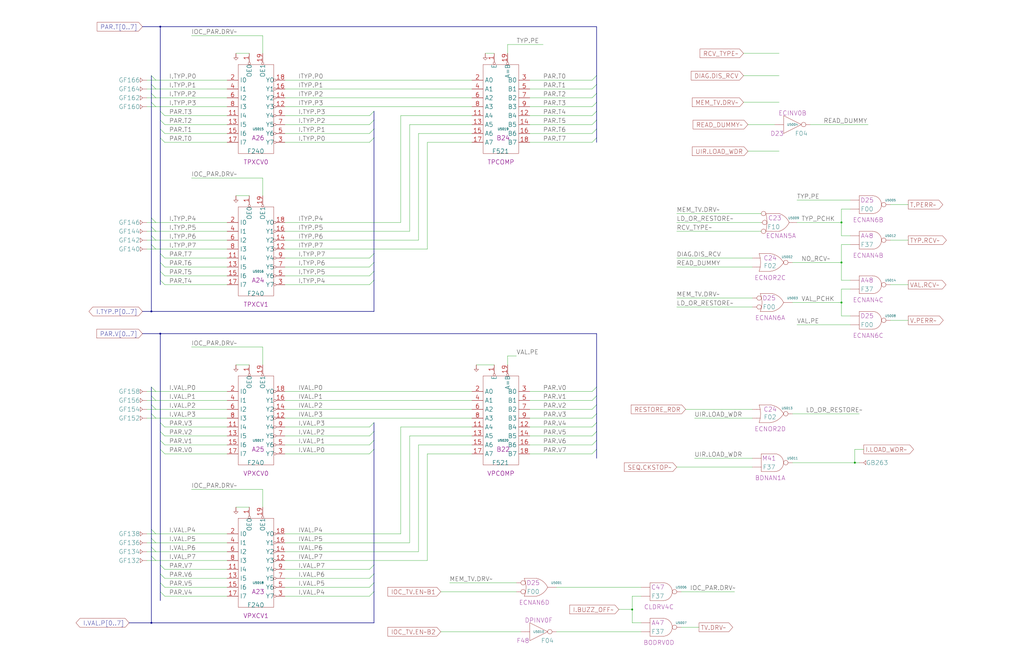
<source format=kicad_sch>
(kicad_sch (version 20211123) (generator eeschema)
  (paper "User" 584.2 378.46)
  (title_block (title "ERROR CHECKING & CORRECTION\\nVAL & TYP PARITY CHECKING") (date "22-SEP-90") (rev "2.0") (comment 1 "IOC") (comment 2 "232-003061") (comment 3 "S400") (comment 4 "RELEASED"))
  (lib_symbols
    (symbol "r1000:F00" (pin_numbers hide) (pin_names hide)
      (property "Reference" "U" (at 15.24 0 0))
      (property "Value" "F00" (at 1.905 -5.08 0))
      (property "Location" "___" (at 1.905 0 0))
      (property "Name" "______" (at 2.54 -12.7 0))
      (symbol "F00_1_1"
        (pin input line (at -7.62 0 0) (length 5.08) (name "D0") (number "1"))
        (pin input line (at -7.62 -5.08 0) (length 5.08) (name "D1") (number "2"))
        (pin output line (at 15.24 -2.54 180) (length 2.54) (name "Q") (number "3"))
      )
      (symbol "F00_1_2"
        (pin input line (at -7.62 0 0) (length 2.54) (name "D0") (number "1"))
        (pin input line (at -7.62 -5.08 0) (length 2.54) (name "D1") (number "2"))
        (pin output line (at 15.24 -2.54 180) (length 5.08) (name "Q") (number "3"))
      )
    )
    (symbol "r1000:F02" (pin_numbers hide) (pin_names hide)
      (property "Reference" "U" (at 12.16 0.635 0))
      (property "Value" "F02" (at -1.27 -4.445 0))
      (property "Location" "___" (at 2.54 0 0))
      (property "Name" "______" (at 2.54 -12.7 0))
      (symbol "F02_1_1"
        (pin input line (at -7.62 0 0) (length 2.54) (name "D0") (number "1"))
        (pin input line (at -7.62 -5.08 0) (length 2.54) (name "D1") (number "2"))
        (pin output line (at 15.24 -2.54 180) (length 1.27) (name "Q") (number "3"))
      )
      (symbol "F02_1_2"
        (pin input line (at -7.62 0 0) (length 2.54) (name "D0") (number "1"))
        (pin input line (at -7.62 -5.08 0) (length 2.54) (name "D1") (number "2"))
        (pin output line (at 15.24 -2.54 180) (length 2.54) (name "Q") (number "3"))
      )
    )
    (symbol "r1000:F04" (pin_numbers hide) (pin_names hide)
      (property "Reference" "U" (at 0 0 0))
      (property "Value" "F04" (at 1.27 -5.08 0))
      (property "Location" "___" (at -12.7 -5.08 0))
      (property "Name" "______" (at 0 5.08 0))
      (symbol "F04_1_1"
        (pin input line (at -10.16 0 0) (length 2.54) (name "D") (number "1"))
        (pin output line (at 10.16 0 180) (length 2.54) (name "Q") (number "2"))
      )
    )
    (symbol "r1000:F10" (pin_numbers hide) (pin_names hide)
      (property "Reference" "U" (at 13.335 0 0))
      (property "Value" "F10" (at 5.715 -5.08 0))
      (property "Location" "___" (at -1.27 0 0))
      (property "Name" "______" (at -2.54 -10.16 0))
      (symbol "F10_1_1"
        (pin input line (at -5.08 2.54 0) (length 2.54) (name "D0") (number "1"))
        (pin input line (at -5.08 -2.54 0) (length 2.54) (name "D1") (number "2"))
        (pin input line (at -5.08 -7.62 0) (length 2.54) (name "D2") (number "3"))
        (pin output line (at 15.24 -2.54 180) (length 2.54) (name "Q") (number "4"))
      )
      (symbol "F10_1_2"
        (pin input line (at -5.08 2.54 0) (length 0) (name "D0") (number "1"))
        (pin input line (at -5.08 -2.54 0) (length 0) (name "D1") (number "2"))
        (pin input line (at -5.08 -7.62 0) (length 0) (name "D2") (number "3"))
        (pin output line (at 15.24 -2.54 180) (length 2.54) (name "Q") (number "4"))
      )
    )
    (symbol "r1000:F240" (pin_names (offset 1.016))
      (property "Reference" "U" (at 2.54 5.08 0))
      (property "Value" "F240" (at -3.81 -7.62 0))
      (property "Location" "___" (at -1.27 0 0))
      (property "Name" "______" (at 1.27 -15.24 0))
      (symbol "F240_1_1"
        (pin input line (at -2.54 48.26 270) (length 5.08) (name "OE0") (number "1"))
        (pin input line (at -15.24 12.7 0) (length 6.35) (name "I4") (number "11"))
        (pin tri_state line (at 17.78 17.78 180) (length 5.08) (name "Y3") (number "12"))
        (pin input line (at -15.24 7.62 0) (length 6.35) (name "I5") (number "13"))
        (pin tri_state line (at 17.78 22.86 180) (length 5.08) (name "Y2") (number "14"))
        (pin input line (at -15.24 2.54 0) (length 6.35) (name "I6") (number "15"))
        (pin tri_state line (at 17.78 27.94 180) (length 5.08) (name "Y1") (number "16"))
        (pin input line (at -15.24 -2.54 0) (length 6.35) (name "I7") (number "17"))
        (pin tri_state line (at 17.78 33.02 180) (length 5.08) (name "Y0") (number "18"))
        (pin input line (at 5.08 48.26 270) (length 5.08) (name "OE1") (number "19"))
        (pin input line (at -15.24 33.02 0) (length 6.35) (name "I0") (number "2"))
        (pin tri_state line (at 17.78 -2.54 180) (length 5.08) (name "Y7") (number "3"))
        (pin input line (at -15.24 27.94 0) (length 6.35) (name "I1") (number "4"))
        (pin tri_state line (at 17.78 2.54 180) (length 5.08) (name "Y6") (number "5"))
        (pin input line (at -15.24 22.86 0) (length 6.35) (name "I2") (number "6"))
        (pin tri_state line (at 17.78 7.62 180) (length 5.08) (name "Y5") (number "7"))
        (pin input line (at -15.24 17.78 0) (length 6.35) (name "I3") (number "8"))
        (pin tri_state line (at 17.78 12.7 180) (length 5.08) (name "Y4") (number "9"))
      )
    )
    (symbol "r1000:F37" (pin_numbers hide) (pin_names (offset 0) hide)
      (property "Reference" "U" (at 15.24 0 0))
      (property "Value" "F37" (at 1.905 -5.08 0))
      (property "Location" "___" (at 1.905 0 0))
      (property "Name" "______" (at 2.54 -12.7 0))
      (symbol "F37_1_1"
        (pin input line (at -7.62 0 0) (length 5.08) (name "D0") (number "1"))
        (pin input line (at -7.62 -5.08 0) (length 5.08) (name "D1") (number "2"))
        (pin output line (at 15.24 -2.54 180) (length 2.54) (name "Q") (number "3"))
      )
      (symbol "F37_1_2"
        (pin input line (at -7.62 0 0) (length 2.54) (name "D0") (number "1"))
        (pin input line (at -7.62 -5.08 0) (length 2.54) (name "D1") (number "2"))
        (pin output line (at 15.24 -2.54 180) (length 5.08) (name "Q") (number "3"))
      )
    )
    (symbol "r1000:F521" (pin_names (offset 1.016))
      (property "Reference" "U" (at 2.54 5.08 0))
      (property "Value" "F521" (at -3.81 -7.62 0))
      (property "Location" "___" (at -1.27 0 0))
      (property "Name" "______" (at 1.27 -15.24 0))
      (symbol "F521_1_1"
        (pin input line (at -2.54 48.26 270) (length 5.08) (name "E") (number "1"))
        (pin input line (at -15.24 12.7 0) (length 6.35) (name "A4") (number "11"))
        (pin input line (at 17.78 12.7 180) (length 6.35) (name "B4") (number "12"))
        (pin input line (at -15.24 7.62 0) (length 6.35) (name "A5") (number "13"))
        (pin input line (at 17.78 7.62 180) (length 6.35) (name "B5") (number "14"))
        (pin input line (at -15.24 2.54 0) (length 6.35) (name "A6") (number "15"))
        (pin input line (at 17.78 2.54 180) (length 6.35) (name "B6") (number "16"))
        (pin input line (at -15.24 -2.54 0) (length 6.35) (name "A7") (number "17"))
        (pin input line (at 17.78 -2.54 180) (length 6.35) (name "B7") (number "18"))
        (pin output line (at 5.08 48.26 270) (length 5.08) (name "A=B") (number "19"))
        (pin input line (at -15.24 33.02 0) (length 6.35) (name "A0") (number "2"))
        (pin input line (at 17.78 33.02 180) (length 6.35) (name "B0") (number "3"))
        (pin input line (at -15.24 27.94 0) (length 6.35) (name "A1") (number "4"))
        (pin input line (at 17.78 27.94 180) (length 6.35) (name "B1") (number "5"))
        (pin input line (at -15.24 22.86 0) (length 6.35) (name "A2") (number "6"))
        (pin input line (at 17.78 22.86 180) (length 6.35) (name "B2") (number "7"))
        (pin input line (at -15.24 17.78 0) (length 6.35) (name "A3") (number "8"))
        (pin input line (at 17.78 17.78 180) (length 6.35) (name "B3") (number "9"))
      )
    )
    (symbol "r1000:GB" (pin_numbers hide) (pin_names (offset 0) hide)
      (property "Reference" "GB" (at 3.81 0 0))
      (symbol "GB_1_1"
        (pin bidirectional line (at 0 0 0) (length 2.54) (name "") (number "1"))
      )
    )
    (symbol "r1000:GF" (pin_numbers hide) (pin_names (offset 0) hide)
      (property "Reference" "GF" (at 3.81 0 0))
      (symbol "GF_1_1"
        (pin bidirectional line (at 0 0 0) (length 2.54) (name "") (number "1"))
      )
    )
    (symbol "r1000:PD" (power) (pin_numbers hide) (pin_names hide) (in_bom no)
      (symbol "PD_1_1"
        (pin power_in line (at 0 0 270) (length 2.54) (name "PD") (number "1"))
      )
    )
  )
  (bus (pts (xy 213.36 144.78) (xy 213.36 149.86)))
  (bus (pts (xy 213.36 149.86) (xy 213.36 154.94)))
  (bus (pts (xy 213.36 154.94) (xy 213.36 160.02)))
  (bus (pts (xy 213.36 160.02) (xy 213.36 177.8)))
  (bus (pts (xy 213.36 241.3) (xy 213.36 246.38)))
  (bus (pts (xy 213.36 246.38) (xy 213.36 251.46)))
  (bus (pts (xy 213.36 251.46) (xy 213.36 256.54)))
  (bus (pts (xy 213.36 256.54) (xy 213.36 322.58)))
  (bus (pts (xy 213.36 322.58) (xy 213.36 327.66)))
  (bus (pts (xy 213.36 327.66) (xy 213.36 332.74)))
  (bus (pts (xy 213.36 332.74) (xy 213.36 337.82)))
  (bus (pts (xy 213.36 337.82) (xy 213.36 355.6)))
  (bus (pts (xy 213.36 63.5) (xy 213.36 68.58)))
  (bus (pts (xy 213.36 68.58) (xy 213.36 73.66)))
  (bus (pts (xy 213.36 73.66) (xy 213.36 78.74)))
  (bus (pts (xy 213.36 78.74) (xy 213.36 144.78)))
  (bus (pts (xy 340.36 15.24) (xy 340.36 43.18)))
  (bus (pts (xy 340.36 190.5) (xy 340.36 220.98)))
  (bus (pts (xy 340.36 220.98) (xy 340.36 226.06)))
  (bus (pts (xy 340.36 226.06) (xy 340.36 231.14)))
  (bus (pts (xy 340.36 231.14) (xy 340.36 236.22)))
  (bus (pts (xy 340.36 236.22) (xy 340.36 241.3)))
  (bus (pts (xy 340.36 241.3) (xy 340.36 246.38)))
  (bus (pts (xy 340.36 246.38) (xy 340.36 251.46)))
  (bus (pts (xy 340.36 251.46) (xy 340.36 256.54)))
  (bus (pts (xy 340.36 256.54) (xy 340.36 261.62)))
  (bus (pts (xy 340.36 43.18) (xy 340.36 48.26)))
  (bus (pts (xy 340.36 48.26) (xy 340.36 53.34)))
  (bus (pts (xy 340.36 53.34) (xy 340.36 58.42)))
  (bus (pts (xy 340.36 58.42) (xy 340.36 63.5)))
  (bus (pts (xy 340.36 63.5) (xy 340.36 68.58)))
  (bus (pts (xy 340.36 68.58) (xy 340.36 73.66)))
  (bus (pts (xy 340.36 73.66) (xy 340.36 78.74)))
  (bus (pts (xy 340.36 78.74) (xy 340.36 81.28)))
  (bus (pts (xy 73.66 355.6) (xy 86.36 355.6)))
  (bus (pts (xy 81.28 15.24) (xy 91.44 15.24)))
  (bus (pts (xy 81.28 177.8) (xy 86.36 177.8)))
  (bus (pts (xy 81.28 190.5) (xy 91.44 190.5)))
  (bus (pts (xy 86.36 124.46) (xy 86.36 129.54)))
  (bus (pts (xy 86.36 129.54) (xy 86.36 134.62)))
  (bus (pts (xy 86.36 134.62) (xy 86.36 139.7)))
  (bus (pts (xy 86.36 139.7) (xy 86.36 177.8)))
  (bus (pts (xy 86.36 177.8) (xy 213.36 177.8)))
  (bus (pts (xy 86.36 220.98) (xy 86.36 226.06)))
  (bus (pts (xy 86.36 226.06) (xy 86.36 231.14)))
  (bus (pts (xy 86.36 231.14) (xy 86.36 236.22)))
  (bus (pts (xy 86.36 236.22) (xy 86.36 302.26)))
  (bus (pts (xy 86.36 302.26) (xy 86.36 307.34)))
  (bus (pts (xy 86.36 307.34) (xy 86.36 312.42)))
  (bus (pts (xy 86.36 312.42) (xy 86.36 317.5)))
  (bus (pts (xy 86.36 317.5) (xy 86.36 355.6)))
  (bus (pts (xy 86.36 355.6) (xy 213.36 355.6)))
  (bus (pts (xy 86.36 43.18) (xy 86.36 48.26)))
  (bus (pts (xy 86.36 48.26) (xy 86.36 53.34)))
  (bus (pts (xy 86.36 53.34) (xy 86.36 58.42)))
  (bus (pts (xy 86.36 58.42) (xy 86.36 124.46)))
  (bus (pts (xy 91.44 144.78) (xy 91.44 149.86)))
  (bus (pts (xy 91.44 149.86) (xy 91.44 154.94)))
  (bus (pts (xy 91.44 15.24) (xy 340.36 15.24)))
  (bus (pts (xy 91.44 15.24) (xy 91.44 63.5)))
  (bus (pts (xy 91.44 154.94) (xy 91.44 160.02)))
  (bus (pts (xy 91.44 160.02) (xy 91.44 162.56)))
  (bus (pts (xy 91.44 190.5) (xy 340.36 190.5)))
  (bus (pts (xy 91.44 190.5) (xy 91.44 241.3)))
  (bus (pts (xy 91.44 241.3) (xy 91.44 246.38)))
  (bus (pts (xy 91.44 246.38) (xy 91.44 251.46)))
  (bus (pts (xy 91.44 251.46) (xy 91.44 256.54)))
  (bus (pts (xy 91.44 256.54) (xy 91.44 322.58)))
  (bus (pts (xy 91.44 322.58) (xy 91.44 327.66)))
  (bus (pts (xy 91.44 327.66) (xy 91.44 332.74)))
  (bus (pts (xy 91.44 332.74) (xy 91.44 337.82)))
  (bus (pts (xy 91.44 337.82) (xy 91.44 342.9)))
  (bus (pts (xy 91.44 63.5) (xy 91.44 68.58)))
  (bus (pts (xy 91.44 68.58) (xy 91.44 73.66)))
  (bus (pts (xy 91.44 73.66) (xy 91.44 78.74)))
  (bus (pts (xy 91.44 78.74) (xy 91.44 144.78)))
  (wire (pts (xy 109.22 101.6) (xy 149.86 101.6)))
  (wire (pts (xy 109.22 198.12) (xy 149.86 198.12)))
  (wire (pts (xy 109.22 20.32) (xy 149.86 20.32)))
  (wire (pts (xy 109.22 279.4) (xy 149.86 279.4)))
  (wire (pts (xy 134.62 111.76) (xy 142.24 111.76)))
  (wire (pts (xy 134.62 208.28) (xy 142.24 208.28)))
  (wire (pts (xy 134.62 289.56) (xy 142.24 289.56)))
  (wire (pts (xy 134.62 30.48) (xy 142.24 30.48)))
  (wire (pts (xy 149.86 111.76) (xy 149.86 101.6)))
  (wire (pts (xy 149.86 208.28) (xy 149.86 198.12)))
  (wire (pts (xy 149.86 289.56) (xy 149.86 279.4)))
  (wire (pts (xy 149.86 30.48) (xy 149.86 20.32)))
  (wire (pts (xy 162.56 127) (xy 228.6 127)))
  (wire (pts (xy 162.56 137.16) (xy 238.76 137.16)))
  (wire (pts (xy 162.56 142.24) (xy 243.84 142.24)))
  (wire (pts (xy 162.56 147.32) (xy 210.82 147.32)))
  (wire (pts (xy 162.56 152.4) (xy 210.82 152.4)))
  (wire (pts (xy 162.56 157.48) (xy 210.82 157.48)))
  (wire (pts (xy 162.56 162.56) (xy 210.82 162.56)))
  (wire (pts (xy 162.56 223.52) (xy 269.24 223.52)))
  (wire (pts (xy 162.56 228.6) (xy 269.24 228.6)))
  (wire (pts (xy 162.56 233.68) (xy 269.24 233.68)))
  (wire (pts (xy 162.56 238.76) (xy 269.24 238.76)))
  (wire (pts (xy 162.56 243.84) (xy 210.82 243.84)))
  (wire (pts (xy 162.56 248.92) (xy 210.82 248.92)))
  (wire (pts (xy 162.56 254) (xy 210.82 254)))
  (wire (pts (xy 162.56 259.08) (xy 210.82 259.08)))
  (wire (pts (xy 162.56 304.8) (xy 228.6 304.8)))
  (wire (pts (xy 162.56 314.96) (xy 238.76 314.96)))
  (wire (pts (xy 162.56 325.12) (xy 210.82 325.12)))
  (wire (pts (xy 162.56 330.2) (xy 210.82 330.2)))
  (wire (pts (xy 162.56 335.28) (xy 210.82 335.28)))
  (wire (pts (xy 162.56 340.36) (xy 210.82 340.36)))
  (wire (pts (xy 162.56 45.72) (xy 269.24 45.72)))
  (wire (pts (xy 162.56 50.8) (xy 269.24 50.8)))
  (wire (pts (xy 162.56 55.88) (xy 269.24 55.88)))
  (wire (pts (xy 162.56 60.96) (xy 269.24 60.96)))
  (wire (pts (xy 162.56 66.04) (xy 210.82 66.04)))
  (wire (pts (xy 162.56 71.12) (xy 210.82 71.12)))
  (wire (pts (xy 162.56 76.2) (xy 210.82 76.2)))
  (wire (pts (xy 162.56 81.28) (xy 210.82 81.28)))
  (wire (pts (xy 228.6 243.84) (xy 269.24 243.84)))
  (wire (pts (xy 228.6 304.8) (xy 228.6 243.84)))
  (wire (pts (xy 228.6 66.04) (xy 228.6 127)))
  (wire (pts (xy 233.68 132.08) (xy 162.56 132.08)))
  (wire (pts (xy 233.68 248.92) (xy 233.68 309.88)))
  (wire (pts (xy 233.68 309.88) (xy 162.56 309.88)))
  (wire (pts (xy 233.68 71.12) (xy 233.68 132.08)))
  (wire (pts (xy 238.76 137.16) (xy 238.76 76.2)))
  (wire (pts (xy 238.76 254) (xy 269.24 254)))
  (wire (pts (xy 238.76 314.96) (xy 238.76 254)))
  (wire (pts (xy 238.76 76.2) (xy 269.24 76.2)))
  (wire (pts (xy 243.84 259.08) (xy 243.84 320.04)))
  (wire (pts (xy 243.84 320.04) (xy 162.56 320.04)))
  (wire (pts (xy 243.84 81.28) (xy 243.84 142.24)))
  (wire (pts (xy 251.46 337.82) (xy 294.64 337.82)))
  (wire (pts (xy 251.46 360.68) (xy 297.18 360.68)))
  (wire (pts (xy 256.54 332.74) (xy 294.64 332.74)))
  (wire (pts (xy 269.24 248.92) (xy 233.68 248.92)))
  (wire (pts (xy 269.24 259.08) (xy 243.84 259.08)))
  (wire (pts (xy 269.24 66.04) (xy 228.6 66.04)))
  (wire (pts (xy 269.24 71.12) (xy 233.68 71.12)))
  (wire (pts (xy 269.24 81.28) (xy 243.84 81.28)))
  (wire (pts (xy 271.78 208.28) (xy 281.94 208.28)))
  (wire (pts (xy 276.86 30.48) (xy 281.94 30.48)))
  (wire (pts (xy 289.56 203.2) (xy 294.64 203.2)))
  (wire (pts (xy 289.56 208.28) (xy 289.56 203.2)))
  (wire (pts (xy 289.56 25.4) (xy 309.88 25.4)))
  (wire (pts (xy 289.56 30.48) (xy 289.56 25.4)))
  (wire (pts (xy 302.26 223.52) (xy 337.82 223.52)))
  (wire (pts (xy 302.26 228.6) (xy 337.82 228.6)))
  (wire (pts (xy 302.26 233.68) (xy 337.82 233.68)))
  (wire (pts (xy 302.26 238.76) (xy 337.82 238.76)))
  (wire (pts (xy 302.26 243.84) (xy 337.82 243.84)))
  (wire (pts (xy 302.26 248.92) (xy 337.82 248.92)))
  (wire (pts (xy 302.26 254) (xy 337.82 254)))
  (wire (pts (xy 302.26 259.08) (xy 337.82 259.08)))
  (wire (pts (xy 302.26 45.72) (xy 337.82 45.72)))
  (wire (pts (xy 302.26 50.8) (xy 337.82 50.8)))
  (wire (pts (xy 302.26 55.88) (xy 337.82 55.88)))
  (wire (pts (xy 302.26 60.96) (xy 337.82 60.96)))
  (wire (pts (xy 302.26 66.04) (xy 337.82 66.04)))
  (wire (pts (xy 302.26 71.12) (xy 337.82 71.12)))
  (wire (pts (xy 302.26 76.2) (xy 337.82 76.2)))
  (wire (pts (xy 302.26 81.28) (xy 337.82 81.28)))
  (wire (pts (xy 317.5 335.28) (xy 365.76 335.28)))
  (wire (pts (xy 317.5 360.68) (xy 365.76 360.68)))
  (wire (pts (xy 353.06 347.98) (xy 360.68 347.98)))
  (wire (pts (xy 360.68 340.36) (xy 365.76 340.36)))
  (wire (pts (xy 360.68 347.98) (xy 360.68 340.36)))
  (wire (pts (xy 360.68 355.6) (xy 360.68 347.98)))
  (wire (pts (xy 365.76 355.6) (xy 360.68 355.6)))
  (wire (pts (xy 386.08 121.92) (xy 434.34 121.92)))
  (wire (pts (xy 386.08 127) (xy 434.34 127)))
  (wire (pts (xy 386.08 132.08) (xy 434.34 132.08)))
  (wire (pts (xy 386.08 147.32) (xy 429.26 147.32)))
  (wire (pts (xy 386.08 152.4) (xy 429.26 152.4)))
  (wire (pts (xy 386.08 170.18) (xy 429.26 170.18)))
  (wire (pts (xy 386.08 175.26) (xy 429.26 175.26)))
  (wire (pts (xy 386.08 266.7) (xy 429.26 266.7)))
  (wire (pts (xy 388.62 337.82) (xy 419.1 337.82)))
  (wire (pts (xy 388.62 358.14) (xy 398.78 358.14)))
  (wire (pts (xy 391.16 233.68) (xy 429.26 233.68)))
  (wire (pts (xy 396.24 238.76) (xy 429.26 238.76)))
  (wire (pts (xy 396.24 261.62) (xy 429.26 261.62)))
  (wire (pts (xy 424.18 30.48) (xy 444.5 30.48)))
  (wire (pts (xy 424.18 43.18) (xy 444.5 43.18)))
  (wire (pts (xy 424.18 58.42) (xy 444.5 58.42)))
  (wire (pts (xy 426.72 71.12) (xy 441.96 71.12)))
  (wire (pts (xy 426.72 86.36) (xy 444.5 86.36)))
  (wire (pts (xy 452.12 236.22) (xy 490.22 236.22)))
  (wire (pts (xy 452.12 264.16) (xy 487.68 264.16)))
  (wire (pts (xy 454.66 114.3) (xy 485.14 114.3)))
  (wire (pts (xy 454.66 185.42) (xy 485.14 185.42)))
  (wire (pts (xy 462.28 71.12) (xy 495.3 71.12)))
  (wire (pts (xy 480.06 119.38) (xy 480.06 127)))
  (wire (pts (xy 480.06 127) (xy 454.66 127)))
  (wire (pts (xy 480.06 127) (xy 480.06 134.62)))
  (wire (pts (xy 480.06 139.7) (xy 480.06 149.86)))
  (wire (pts (xy 480.06 149.86) (xy 452.12 149.86)))
  (wire (pts (xy 480.06 160.02) (xy 480.06 149.86)))
  (wire (pts (xy 480.06 165.1) (xy 480.06 172.72)))
  (wire (pts (xy 480.06 172.72) (xy 452.12 172.72)))
  (wire (pts (xy 480.06 180.34) (xy 480.06 172.72)))
  (wire (pts (xy 485.14 119.38) (xy 480.06 119.38)))
  (wire (pts (xy 485.14 134.62) (xy 480.06 134.62)))
  (wire (pts (xy 485.14 139.7) (xy 480.06 139.7)))
  (wire (pts (xy 485.14 160.02) (xy 480.06 160.02)))
  (wire (pts (xy 485.14 165.1) (xy 480.06 165.1)))
  (wire (pts (xy 485.14 180.34) (xy 480.06 180.34)))
  (wire (pts (xy 487.68 256.54) (xy 487.68 264.16)))
  (wire (pts (xy 487.68 264.16) (xy 490.22 264.16)))
  (wire (pts (xy 492.76 256.54) (xy 487.68 256.54)))
  (wire (pts (xy 508 116.84) (xy 518.16 116.84)))
  (wire (pts (xy 508 137.16) (xy 518.16 137.16)))
  (wire (pts (xy 508 162.56) (xy 518.16 162.56)))
  (wire (pts (xy 508 182.88) (xy 518.16 182.88)))
  (wire (pts (xy 83.82 127) (xy 88.9 127)))
  (wire (pts (xy 83.82 132.08) (xy 88.9 132.08)))
  (wire (pts (xy 83.82 137.16) (xy 88.9 137.16)))
  (wire (pts (xy 83.82 142.24) (xy 88.9 142.24)))
  (wire (pts (xy 83.82 223.52) (xy 88.9 223.52)))
  (wire (pts (xy 83.82 228.6) (xy 88.9 228.6)))
  (wire (pts (xy 83.82 233.68) (xy 88.9 233.68)))
  (wire (pts (xy 83.82 238.76) (xy 88.9 238.76)))
  (wire (pts (xy 83.82 304.8) (xy 88.9 304.8)))
  (wire (pts (xy 83.82 309.88) (xy 88.9 309.88)))
  (wire (pts (xy 83.82 314.96) (xy 88.9 314.96)))
  (wire (pts (xy 83.82 320.04) (xy 88.9 320.04)))
  (wire (pts (xy 83.82 45.72) (xy 88.9 45.72)))
  (wire (pts (xy 83.82 50.8) (xy 88.9 50.8)))
  (wire (pts (xy 83.82 55.88) (xy 88.9 55.88)))
  (wire (pts (xy 83.82 60.96) (xy 88.9 60.96)))
  (wire (pts (xy 88.9 127) (xy 129.54 127)))
  (wire (pts (xy 88.9 132.08) (xy 129.54 132.08)))
  (wire (pts (xy 88.9 137.16) (xy 129.54 137.16)))
  (wire (pts (xy 88.9 142.24) (xy 129.54 142.24)))
  (wire (pts (xy 88.9 223.52) (xy 129.54 223.52)))
  (wire (pts (xy 88.9 228.6) (xy 129.54 228.6)))
  (wire (pts (xy 88.9 233.68) (xy 129.54 233.68)))
  (wire (pts (xy 88.9 238.76) (xy 129.54 238.76)))
  (wire (pts (xy 88.9 304.8) (xy 129.54 304.8)))
  (wire (pts (xy 88.9 309.88) (xy 129.54 309.88)))
  (wire (pts (xy 88.9 314.96) (xy 129.54 314.96)))
  (wire (pts (xy 88.9 320.04) (xy 129.54 320.04)))
  (wire (pts (xy 88.9 45.72) (xy 129.54 45.72)))
  (wire (pts (xy 88.9 50.8) (xy 129.54 50.8)))
  (wire (pts (xy 88.9 55.88) (xy 129.54 55.88)))
  (wire (pts (xy 88.9 60.96) (xy 129.54 60.96)))
  (wire (pts (xy 93.98 147.32) (xy 129.54 147.32)))
  (wire (pts (xy 93.98 152.4) (xy 129.54 152.4)))
  (wire (pts (xy 93.98 157.48) (xy 129.54 157.48)))
  (wire (pts (xy 93.98 162.56) (xy 129.54 162.56)))
  (wire (pts (xy 93.98 243.84) (xy 129.54 243.84)))
  (wire (pts (xy 93.98 248.92) (xy 129.54 248.92)))
  (wire (pts (xy 93.98 254) (xy 129.54 254)))
  (wire (pts (xy 93.98 259.08) (xy 129.54 259.08)))
  (wire (pts (xy 93.98 325.12) (xy 129.54 325.12)))
  (wire (pts (xy 93.98 330.2) (xy 129.54 330.2)))
  (wire (pts (xy 93.98 335.28) (xy 129.54 335.28)))
  (wire (pts (xy 93.98 340.36) (xy 129.54 340.36)))
  (wire (pts (xy 93.98 66.04) (xy 129.54 66.04)))
  (wire (pts (xy 93.98 71.12) (xy 129.54 71.12)))
  (wire (pts (xy 93.98 76.2) (xy 129.54 76.2)))
  (wire (pts (xy 93.98 81.28) (xy 129.54 81.28)))
  (global_label "I.VAL.P[0..7]" (shape bidirectional) (at 73.66 355.6 180) (effects (font (size 2.54 2.54))) (property "Intersheet References" "${INTERSHEET_REFS}" (at 45.6111 355.4413 0) (effects (font (size 2.54 2.54)) (justify right))))
  (global_label "PAR.T[0..7]" (shape input) (at 81.28 15.24 180) (effects (font (size 2.54 2.54))) (property "Intersheet References" "${INTERSHEET_REFS}" (at 55.4083 15.0813 0) (effects (font (size 2.54 2.54)) (justify right))))
  (global_label "I.TYP.P[0..7]" (shape bidirectional) (at 81.28 177.8 180) (effects (font (size 2.54 2.54))) (property "Intersheet References" "${INTERSHEET_REFS}" (at 52.9892 177.6413 0) (effects (font (size 2.54 2.54)) (justify right))))
  (global_label "PAR.V[0..7]" (shape input) (at 81.28 190.5 180) (effects (font (size 2.54 2.54))) (property "Intersheet References" "${INTERSHEET_REFS}" (at 55.1664 190.3413 0) (effects (font (size 2.54 2.54)) (justify right))))
  (symbol (lib_id "r1000:GF") (at 83.82 45.72 0) (mirror y) (unit 1)
    (property "Reference" "GF166" (at 80.01 45.72 0) (effects (font (size 2.54 2.54)) (justify left)))
    (property "Value" "GF" (effects hide))
  )
  (symbol (lib_id "r1000:GF") (at 83.82 50.8 0) (mirror y) (unit 1)
    (property "Reference" "GF164" (at 80.01 50.8 0) (effects (font (size 2.54 2.54)) (justify left)))
    (property "Value" "GF" (effects hide))
  )
  (symbol (lib_id "r1000:GF") (at 83.82 55.88 0) (mirror y) (unit 1)
    (property "Reference" "GF162" (at 80.01 55.88 0) (effects (font (size 2.54 2.54)) (justify left)))
    (property "Value" "GF" (effects hide))
  )
  (symbol (lib_id "r1000:GF") (at 83.82 60.96 0) (mirror y) (unit 1)
    (property "Reference" "GF160" (at 80.01 60.96 0) (effects (font (size 2.54 2.54)) (justify left)))
    (property "Value" "GF" (effects hide))
  )
  (symbol (lib_id "r1000:GF") (at 83.82 127 0) (mirror y) (unit 1)
    (property "Reference" "GF146" (at 80.01 127 0) (effects (font (size 2.54 2.54)) (justify left)))
    (property "Value" "GF" (effects hide))
  )
  (symbol (lib_id "r1000:GF") (at 83.82 132.08 0) (mirror y) (unit 1)
    (property "Reference" "GF144" (at 80.01 132.08 0) (effects (font (size 2.54 2.54)) (justify left)))
    (property "Value" "GF" (effects hide))
  )
  (symbol (lib_id "r1000:GF") (at 83.82 137.16 0) (mirror y) (unit 1)
    (property "Reference" "GF142" (at 80.01 137.16 0) (effects (font (size 2.54 2.54)) (justify left)))
    (property "Value" "GF" (effects hide))
  )
  (symbol (lib_id "r1000:GF") (at 83.82 142.24 0) (mirror y) (unit 1)
    (property "Reference" "GF140" (at 80.01 142.24 0) (effects (font (size 2.54 2.54)) (justify left)))
    (property "Value" "GF" (effects hide))
  )
  (symbol (lib_id "r1000:GF") (at 83.82 223.52 0) (mirror y) (unit 1)
    (property "Reference" "GF158" (at 80.01 223.52 0) (effects (font (size 2.54 2.54)) (justify left)))
    (property "Value" "GF" (effects hide))
  )
  (symbol (lib_id "r1000:GF") (at 83.82 228.6 0) (mirror y) (unit 1)
    (property "Reference" "GF156" (at 80.01 228.6 0) (effects (font (size 2.54 2.54)) (justify left)))
    (property "Value" "GF" (effects hide))
  )
  (symbol (lib_id "r1000:GF") (at 83.82 233.68 0) (mirror y) (unit 1)
    (property "Reference" "GF154" (at 80.01 233.68 0) (effects (font (size 2.54 2.54)) (justify left)))
    (property "Value" "GF" (effects hide))
  )
  (symbol (lib_id "r1000:GF") (at 83.82 238.76 0) (mirror y) (unit 1)
    (property "Reference" "GF152" (at 80.01 238.76 0) (effects (font (size 2.54 2.54)) (justify left)))
    (property "Value" "GF" (effects hide))
  )
  (symbol (lib_id "r1000:GF") (at 83.82 304.8 0) (mirror y) (unit 1)
    (property "Reference" "GF138" (at 80.01 304.8 0) (effects (font (size 2.54 2.54)) (justify left)))
    (property "Value" "GF" (effects hide))
  )
  (symbol (lib_id "r1000:GF") (at 83.82 309.88 0) (mirror y) (unit 1)
    (property "Reference" "GF136" (at 80.01 309.88 0) (effects (font (size 2.54 2.54)) (justify left)))
    (property "Value" "GF" (effects hide))
  )
  (symbol (lib_id "r1000:GF") (at 83.82 314.96 0) (mirror y) (unit 1)
    (property "Reference" "GF134" (at 80.01 314.96 0) (effects (font (size 2.54 2.54)) (justify left)))
    (property "Value" "GF" (effects hide))
  )
  (symbol (lib_id "r1000:GF") (at 83.82 320.04 0) (mirror y) (unit 1)
    (property "Reference" "GF132" (at 80.01 320.04 0) (effects (font (size 2.54 2.54)) (justify left)))
    (property "Value" "GF" (effects hide))
  )
  (bus_entry (at 86.36 43.18) (size 2.54 2.54))
  (bus_entry (at 86.36 48.26) (size 2.54 2.54))
  (bus_entry (at 86.36 53.34) (size 2.54 2.54))
  (bus_entry (at 86.36 58.42) (size 2.54 2.54))
  (bus_entry (at 86.36 124.46) (size 2.54 2.54))
  (bus_entry (at 86.36 129.54) (size 2.54 2.54))
  (bus_entry (at 86.36 134.62) (size 2.54 2.54))
  (bus_entry (at 86.36 139.7) (size 2.54 2.54))
  (junction (at 86.36 177.8))
  (bus_entry (at 86.36 220.98) (size 2.54 2.54))
  (bus_entry (at 86.36 226.06) (size 2.54 2.54))
  (bus_entry (at 86.36 231.14) (size 2.54 2.54))
  (bus_entry (at 86.36 236.22) (size 2.54 2.54))
  (bus_entry (at 86.36 302.26) (size 2.54 2.54))
  (bus_entry (at 86.36 307.34) (size 2.54 2.54))
  (bus_entry (at 86.36 312.42) (size 2.54 2.54))
  (bus_entry (at 86.36 317.5) (size 2.54 2.54))
  (junction (at 86.36 355.6))
  (junction (at 91.44 15.24))
  (bus_entry (at 91.44 63.5) (size 2.54 2.54))
  (bus_entry (at 91.44 68.58) (size 2.54 2.54))
  (bus_entry (at 91.44 73.66) (size 2.54 2.54))
  (bus_entry (at 91.44 78.74) (size 2.54 2.54))
  (bus_entry (at 91.44 144.78) (size 2.54 2.54))
  (bus_entry (at 91.44 149.86) (size 2.54 2.54))
  (bus_entry (at 91.44 154.94) (size 2.54 2.54))
  (bus_entry (at 91.44 160.02) (size 2.54 2.54))
  (junction (at 91.44 190.5))
  (bus_entry (at 91.44 241.3) (size 2.54 2.54))
  (bus_entry (at 91.44 246.38) (size 2.54 2.54))
  (bus_entry (at 91.44 251.46) (size 2.54 2.54))
  (bus_entry (at 91.44 256.54) (size 2.54 2.54))
  (bus_entry (at 91.44 322.58) (size 2.54 2.54))
  (bus_entry (at 91.44 327.66) (size 2.54 2.54))
  (bus_entry (at 91.44 332.74) (size 2.54 2.54))
  (bus_entry (at 91.44 337.82) (size 2.54 2.54))
  (label "I.TYP.P0" (at 96.52 45.72 0) (effects (font (size 2.54 2.54))))
  (label "I.TYP.P1" (at 96.52 50.8 0) (effects (font (size 2.54 2.54))))
  (label "I.TYP.P2" (at 96.52 55.88 0) (effects (font (size 2.54 2.54))))
  (label "I.TYP.P3" (at 96.52 60.96 0) (effects (font (size 2.54 2.54))))
  (label "PAR.T3" (at 96.52 66.04 0) (effects (font (size 2.54 2.54))))
  (label "PAR.T2" (at 96.52 71.12 0) (effects (font (size 2.54 2.54))))
  (label "PAR.T1" (at 96.52 76.2 0) (effects (font (size 2.54 2.54))))
  (label "PAR.T0" (at 96.52 81.28 0) (effects (font (size 2.54 2.54))))
  (label "I.TYP.P4" (at 96.52 127 0) (effects (font (size 2.54 2.54))))
  (label "I.TYP.P5" (at 96.52 132.08 0) (effects (font (size 2.54 2.54))))
  (label "I.TYP.P6" (at 96.52 137.16 0) (effects (font (size 2.54 2.54))))
  (label "I.TYP.P7" (at 96.52 142.24 0) (effects (font (size 2.54 2.54))))
  (label "PAR.T7" (at 96.52 147.32 0) (effects (font (size 2.54 2.54))))
  (label "PAR.T6" (at 96.52 152.4 0) (effects (font (size 2.54 2.54))))
  (label "PAR.T5" (at 96.52 157.48 0) (effects (font (size 2.54 2.54))))
  (label "PAR.T4" (at 96.52 162.56 0) (effects (font (size 2.54 2.54))))
  (label "I.VAL.P0" (at 96.52 223.52 0) (effects (font (size 2.54 2.54))))
  (label "I.VAL.P1" (at 96.52 228.6 0) (effects (font (size 2.54 2.54))))
  (label "I.VAL.P2" (at 96.52 233.68 0) (effects (font (size 2.54 2.54))))
  (label "I.VAL.P3" (at 96.52 238.76 0) (effects (font (size 2.54 2.54))))
  (label "PAR.V3" (at 96.52 243.84 0) (effects (font (size 2.54 2.54))))
  (label "PAR.V2" (at 96.52 248.92 0) (effects (font (size 2.54 2.54))))
  (label "PAR.V1" (at 96.52 254 0) (effects (font (size 2.54 2.54))))
  (label "PAR.V0" (at 96.52 259.08 0) (effects (font (size 2.54 2.54))))
  (label "I.VAL.P4" (at 96.52 304.8 0) (effects (font (size 2.54 2.54))))
  (label "I.VAL.P5" (at 96.52 309.88 0) (effects (font (size 2.54 2.54))))
  (label "I.VAL.P6" (at 96.52 314.96 0) (effects (font (size 2.54 2.54))))
  (label "I.VAL.P7" (at 96.52 320.04 0) (effects (font (size 2.54 2.54))))
  (label "PAR.V7" (at 96.52 325.12 0) (effects (font (size 2.54 2.54))))
  (label "PAR.V6" (at 96.52 330.2 0) (effects (font (size 2.54 2.54))))
  (label "PAR.V5" (at 96.52 335.28 0) (effects (font (size 2.54 2.54))))
  (label "PAR.V4" (at 96.52 340.36 0) (effects (font (size 2.54 2.54))))
  (label "IOC_PAR.DRV~" (at 109.22 20.32 0) (effects (font (size 2.54 2.54))))
  (label "IOC_PAR.DRV~" (at 109.22 101.6 0) (effects (font (size 2.54 2.54))))
  (label "IOC_PAR.DRV~" (at 109.22 198.12 0) (effects (font (size 2.54 2.54))))
  (label "IOC_PAR.DRV~" (at 109.22 279.4 0) (effects (font (size 2.54 2.54))))
  (symbol (lib_id "r1000:PD") (at 134.62 30.48 0) (unit 1) (in_bom no)
    (property "Reference" "#PWR05001" (effects hide))
    (property "Value" "PD" (effects hide))
  )
  (symbol (lib_id "r1000:PD") (at 134.62 111.76 0) (unit 1) (in_bom no)
    (property "Reference" "#PWR05002" (effects hide))
    (property "Value" "PD" (effects hide))
  )
  (symbol (lib_id "r1000:PD") (at 134.62 208.28 0) (unit 1) (in_bom no)
    (property "Reference" "#PWR05003" (effects hide))
    (property "Value" "PD" (effects hide))
  )
  (symbol (lib_id "r1000:PD") (at 134.62 289.56 0) (unit 1) (in_bom no)
    (property "Reference" "#PWR05004" (effects hide))
    (property "Value" "PD" (effects hide))
  )
  (symbol (lib_id "r1000:F240") (at 144.78 78.74 0) (unit 1)
    (property "Reference" "U5015" (at 147.32 73.66 0))
    (property "Value" "F240" (at 140.97 86.36 0) (effects (font (size 2.54 2.54)) (justify left)))
    (property "Location" "A26" (at 143.51 78.74 0) (effects (font (size 2.54 2.54)) (justify left)))
    (property "Name" "TPXCV0" (at 146.05 93.98 0) (effects (font (size 2.54 2.54)) (justify bottom)))
  )
  (symbol (lib_id "r1000:F240") (at 144.78 160.02 0) (unit 1)
    (property "Reference" "U5016" (at 147.32 154.94 0))
    (property "Value" "F240" (at 140.97 167.64 0) (effects (font (size 2.54 2.54)) (justify left)))
    (property "Location" "A24" (at 143.51 160.02 0) (effects (font (size 2.54 2.54)) (justify left)))
    (property "Name" "TPXCV1" (at 146.05 175.26 0) (effects (font (size 2.54 2.54)) (justify bottom)))
  )
  (symbol (lib_id "r1000:F240") (at 144.78 256.54 0) (unit 1)
    (property "Reference" "U5017" (at 147.32 251.46 0))
    (property "Value" "F240" (at 140.97 264.16 0) (effects (font (size 2.54 2.54)) (justify left)))
    (property "Location" "A25" (at 143.51 256.54 0) (effects (font (size 2.54 2.54)) (justify left)))
    (property "Name" "VPXCV0" (at 146.05 271.78 0) (effects (font (size 2.54 2.54)) (justify bottom)))
  )
  (symbol (lib_id "r1000:F240") (at 144.78 337.82 0) (unit 1)
    (property "Reference" "U5018" (at 147.32 332.74 0))
    (property "Value" "F240" (at 140.97 345.44 0) (effects (font (size 2.54 2.54)) (justify left)))
    (property "Location" "A23" (at 143.51 337.82 0) (effects (font (size 2.54 2.54)) (justify left)))
    (property "Name" "VPXCV1" (at 146.05 353.06 0) (effects (font (size 2.54 2.54)) (justify bottom)))
  )
  (label "ITYP.P0" (at 170.18 45.72 0) (effects (font (size 2.54 2.54))))
  (label "ITYP.P1" (at 170.18 50.8 0) (effects (font (size 2.54 2.54))))
  (label "ITYP.P2" (at 170.18 55.88 0) (effects (font (size 2.54 2.54))))
  (label "ITYP.P3" (at 170.18 60.96 0) (effects (font (size 2.54 2.54))))
  (label "I.TYP.P3" (at 170.18 66.04 0) (effects (font (size 2.54 2.54))))
  (label "I.TYP.P2" (at 170.18 71.12 0) (effects (font (size 2.54 2.54))))
  (label "I.TYP.P1" (at 170.18 76.2 0) (effects (font (size 2.54 2.54))))
  (label "I.TYP.P0" (at 170.18 81.28 0) (effects (font (size 2.54 2.54))))
  (label "ITYP.P4" (at 170.18 127 0) (effects (font (size 2.54 2.54))))
  (label "ITYP.P5" (at 170.18 132.08 0) (effects (font (size 2.54 2.54))))
  (label "ITYP.P6" (at 170.18 137.16 0) (effects (font (size 2.54 2.54))))
  (label "ITYP.P7" (at 170.18 142.24 0) (effects (font (size 2.54 2.54))))
  (label "I.TYP.P7" (at 170.18 147.32 0) (effects (font (size 2.54 2.54))))
  (label "I.TYP.P6" (at 170.18 152.4 0) (effects (font (size 2.54 2.54))))
  (label "I.TYP.P5" (at 170.18 157.48 0) (effects (font (size 2.54 2.54))))
  (label "I.TYP.P4" (at 170.18 162.56 0) (effects (font (size 2.54 2.54))))
  (label "IVAL.P0" (at 170.18 223.52 0) (effects (font (size 2.54 2.54))))
  (label "IVAL.P1" (at 170.18 228.6 0) (effects (font (size 2.54 2.54))))
  (label "IVAL.P2" (at 170.18 233.68 0) (effects (font (size 2.54 2.54))))
  (label "IVAL.P3" (at 170.18 238.76 0) (effects (font (size 2.54 2.54))))
  (label "I.VAL.P3" (at 170.18 243.84 0) (effects (font (size 2.54 2.54))))
  (label "I.VAL.P2" (at 170.18 248.92 0) (effects (font (size 2.54 2.54))))
  (label "I.VAL.P1" (at 170.18 254 0) (effects (font (size 2.54 2.54))))
  (label "I.VAL.P0" (at 170.18 259.08 0) (effects (font (size 2.54 2.54))))
  (label "IVAL.P4" (at 170.18 304.8 0) (effects (font (size 2.54 2.54))))
  (label "IVAL.P5" (at 170.18 309.88 0) (effects (font (size 2.54 2.54))))
  (label "IVAL.P6" (at 170.18 314.96 0) (effects (font (size 2.54 2.54))))
  (label "IVAL.P7" (at 170.18 320.04 0) (effects (font (size 2.54 2.54))))
  (label "I.VAL.P7" (at 170.18 325.12 0) (effects (font (size 2.54 2.54))))
  (label "I.VAL.P6" (at 170.18 330.2 0) (effects (font (size 2.54 2.54))))
  (label "I.VAL.P5" (at 170.18 335.28 0) (effects (font (size 2.54 2.54))))
  (label "I.VAL.P4" (at 170.18 340.36 0) (effects (font (size 2.54 2.54))))
  (bus_entry (at 213.36 63.5) (size -2.54 2.54))
  (bus_entry (at 213.36 68.58) (size -2.54 2.54))
  (bus_entry (at 213.36 73.66) (size -2.54 2.54))
  (bus_entry (at 213.36 78.74) (size -2.54 2.54))
  (bus_entry (at 213.36 144.78) (size -2.54 2.54))
  (bus_entry (at 213.36 149.86) (size -2.54 2.54))
  (bus_entry (at 213.36 154.94) (size -2.54 2.54))
  (bus_entry (at 213.36 160.02) (size -2.54 2.54))
  (bus_entry (at 213.36 241.3) (size -2.54 2.54))
  (bus_entry (at 213.36 246.38) (size -2.54 2.54))
  (bus_entry (at 213.36 251.46) (size -2.54 2.54))
  (bus_entry (at 213.36 256.54) (size -2.54 2.54))
  (bus_entry (at 213.36 322.58) (size -2.54 2.54))
  (bus_entry (at 213.36 327.66) (size -2.54 2.54))
  (bus_entry (at 213.36 332.74) (size -2.54 2.54))
  (bus_entry (at 213.36 337.82) (size -2.54 2.54))
  (global_label "IOC_TV.EN~B1" (shape input) (at 251.46 337.82 180) (effects (font (size 2.54 2.54))) (property "Intersheet References" "${INTERSHEET_REFS}" (at 221.234 337.6613 0) (effects (font (size 2.54 2.54)) (justify right))))
  (global_label "IOC_TV.EN~B2" (shape input) (at 251.46 360.68 180) (effects (font (size 2.54 2.54))) (property "Intersheet References" "${INTERSHEET_REFS}" (at 221.234 360.5213 0) (effects (font (size 2.54 2.54)) (justify right))))
  (label "MEM_TV.DRV~" (at 256.54 332.74 0) (effects (font (size 2.54 2.54))))
  (symbol (lib_id "r1000:PD") (at 271.78 208.28 0) (unit 1) (in_bom no)
    (property "Reference" "#PWR05005" (effects hide))
    (property "Value" "PD" (effects hide))
  )
  (symbol (lib_id "r1000:PD") (at 276.86 30.48 0) (unit 1) (in_bom no)
    (property "Reference" "#PWR05006" (effects hide))
    (property "Value" "PD" (effects hide))
  )
  (symbol (lib_id "r1000:F521") (at 284.48 78.74 0) (unit 1)
    (property "Reference" "U5019" (at 287.02 73.66 0))
    (property "Value" "F521" (at 280.67 86.36 0) (effects (font (size 2.54 2.54)) (justify left)))
    (property "Location" "B24" (at 283.21 78.74 0) (effects (font (size 2.54 2.54)) (justify left)))
    (property "Name" "TPCOMP" (at 285.75 93.98 0) (effects (font (size 2.54 2.54)) (justify bottom)))
  )
  (symbol (lib_id "r1000:F521") (at 284.48 256.54 0) (unit 1)
    (property "Reference" "U5020" (at 287.02 251.46 0))
    (property "Value" "F521" (at 280.67 264.16 0) (effects (font (size 2.54 2.54)) (justify left)))
    (property "Location" "B22" (at 283.21 256.54 0) (effects (font (size 2.54 2.54)) (justify left)))
    (property "Name" "VPCOMP" (at 285.75 271.78 0) (effects (font (size 2.54 2.54)) (justify bottom)))
  )
  (label "TYP.PE" (at 294.64 25.4 0) (effects (font (size 2.54 2.54))))
  (label "VAL.PE" (at 294.64 203.2 0) (effects (font (size 2.54 2.54))))
  (symbol (lib_id "r1000:F00") (at 302.26 332.74 0) (unit 1) (convert 2)
    (property "Reference" "U5001" (at 317.5 332.74 0))
    (property "Value" "F00" (at 304.165 337.82 0) (effects (font (size 2.54 2.54))))
    (property "Location" "D25" (at 304.165 332.74 0) (effects (font (size 2.54 2.54))))
    (property "Name" "ECNAN6D" (at 304.8 345.44 0) (effects (font (size 2.54 2.54)) (justify bottom)))
  )
  (symbol (lib_id "r1000:F04") (at 307.34 360.68 0) (unit 1)
    (property "Reference" "U5010" (at 307.34 360.68 0))
    (property "Value" "F04" (at 308.61 365.76 0) (effects (font (size 2.54 2.54)) (justify left)))
    (property "Location" "F48" (at 294.64 365.76 0) (effects (font (size 2.54 2.54)) (justify left)))
    (property "Name" "DPINV0F" (at 307.34 355.6 0) (effects (font (size 2.54 2.54)) (justify bottom)))
  )
  (label "PAR.T0" (at 309.88 45.72 0) (effects (font (size 2.54 2.54))))
  (label "PAR.T1" (at 309.88 50.8 0) (effects (font (size 2.54 2.54))))
  (label "PAR.T2" (at 309.88 55.88 0) (effects (font (size 2.54 2.54))))
  (label "PAR.T3" (at 309.88 60.96 0) (effects (font (size 2.54 2.54))))
  (label "PAR.T4" (at 309.88 66.04 0) (effects (font (size 2.54 2.54))))
  (label "PAR.T5" (at 309.88 71.12 0) (effects (font (size 2.54 2.54))))
  (label "PAR.T6" (at 309.88 76.2 0) (effects (font (size 2.54 2.54))))
  (label "PAR.T7" (at 309.88 81.28 0) (effects (font (size 2.54 2.54))))
  (label "PAR.V0" (at 309.88 223.52 0) (effects (font (size 2.54 2.54))))
  (label "PAR.V1" (at 309.88 228.6 0) (effects (font (size 2.54 2.54))))
  (label "PAR.V2" (at 309.88 233.68 0) (effects (font (size 2.54 2.54))))
  (label "PAR.V3" (at 309.88 238.76 0) (effects (font (size 2.54 2.54))))
  (label "PAR.V4" (at 309.88 243.84 0) (effects (font (size 2.54 2.54))))
  (label "PAR.V5" (at 309.88 248.92 0) (effects (font (size 2.54 2.54))))
  (label "PAR.V6" (at 309.88 254 0) (effects (font (size 2.54 2.54))))
  (label "PAR.V7" (at 309.88 259.08 0) (effects (font (size 2.54 2.54))))
  (bus_entry (at 340.36 43.18) (size -2.54 2.54))
  (bus_entry (at 340.36 48.26) (size -2.54 2.54))
  (bus_entry (at 340.36 53.34) (size -2.54 2.54))
  (bus_entry (at 340.36 58.42) (size -2.54 2.54))
  (bus_entry (at 340.36 63.5) (size -2.54 2.54))
  (bus_entry (at 340.36 68.58) (size -2.54 2.54))
  (bus_entry (at 340.36 73.66) (size -2.54 2.54))
  (bus_entry (at 340.36 78.74) (size -2.54 2.54))
  (bus_entry (at 340.36 220.98) (size -2.54 2.54))
  (bus_entry (at 340.36 226.06) (size -2.54 2.54))
  (bus_entry (at 340.36 231.14) (size -2.54 2.54))
  (bus_entry (at 340.36 236.22) (size -2.54 2.54))
  (bus_entry (at 340.36 241.3) (size -2.54 2.54))
  (bus_entry (at 340.36 246.38) (size -2.54 2.54))
  (bus_entry (at 340.36 251.46) (size -2.54 2.54))
  (bus_entry (at 340.36 256.54) (size -2.54 2.54))
  (global_label "I.BUZZ_OFF~" (shape input) (at 353.06 347.98 180) (effects (font (size 2.54 2.54))) (property "Intersheet References" "${INTERSHEET_REFS}" (at 318.8426 347.8213 0) (effects (font (size 2.54 2.54)) (justify right))))
  (junction (at 360.68 347.98))
  (symbol (lib_id "r1000:F37") (at 373.38 335.28 0) (unit 1)
    (property "Reference" "U5006" (at 388.62 335.28 0))
    (property "Value" "F37" (at 375.285 340.36 0) (effects (font (size 2.54 2.54))))
    (property "Location" "C47" (at 375.285 335.28 0) (effects (font (size 2.54 2.54))))
    (property "Name" "CLDRV4C" (at 375.92 347.98 0) (effects (font (size 2.54 2.54)) (justify bottom)))
  )
  (symbol (lib_id "r1000:F37") (at 373.38 355.6 0) (unit 1)
    (property "Reference" "U5007" (at 388.62 355.6 0))
    (property "Value" "F37" (at 375.285 360.68 0) (effects (font (size 2.54 2.54))))
    (property "Location" "A47" (at 375.285 355.6 0) (effects (font (size 2.54 2.54))))
    (property "Name" "BODRV0D" (at 375.92 368.3 0) (effects (font (size 2.54 2.54)) (justify bottom)))
  )
  (label "MEM_TV.DRV~" (at 386.08 121.92 0) (effects (font (size 2.54 2.54))))
  (label "LD_OR_RESTORE~" (at 386.08 127 0) (effects (font (size 2.54 2.54))))
  (label "RCV_TYPE~" (at 386.08 132.08 0) (effects (font (size 2.54 2.54))))
  (label "DIAG.DIS_RCV" (at 386.08 147.32 0) (effects (font (size 2.54 2.54))))
  (label "READ_DUMMY" (at 386.08 152.4 0) (effects (font (size 2.54 2.54))))
  (label "MEM_TV.DRV~" (at 386.08 170.18 0) (effects (font (size 2.54 2.54))))
  (label "LD_OR_RESTORE~" (at 386.08 175.26 0) (effects (font (size 2.54 2.54))))
  (global_label "SEQ.CKSTOP~" (shape input) (at 386.08 266.7 180) (effects (font (size 2.54 2.54))) (property "Intersheet References" "${INTERSHEET_REFS}" (at 356.2169 266.5413 0) (effects (font (size 2.54 2.54)) (justify right))))
  (global_label "RESTORE_RDR" (shape input) (at 391.16 233.68 180) (effects (font (size 2.54 2.54))) (property "Intersheet References" "${INTERSHEET_REFS}" (at 360.0873 233.5213 0) (effects (font (size 2.54 2.54)) (justify right))))
  (label "IOC_PAR.DRV~" (at 393.7 337.82 0) (effects (font (size 2.54 2.54))))
  (label "UIR.LOAD_WDR" (at 396.24 238.76 0) (effects (font (size 2.54 2.54))))
  (label "UIR.LOAD_WDR" (at 396.24 261.62 0) (effects (font (size 2.54 2.54))))
  (global_label "TV.DRV~" (shape output) (at 398.78 358.14 0) (effects (font (size 2.54 2.54))) (property "Intersheet References" "${INTERSHEET_REFS}" (at 417.9993 357.9813 0) (effects (font (size 2.54 2.54)) (justify left))))
  (global_label "RCV_TYPE~" (shape input) (at 424.18 30.48 180) (effects (font (size 2.54 2.54))) (property "Intersheet References" "${INTERSHEET_REFS}" (at 399.3969 30.3213 0) (effects (font (size 2.54 2.54)) (justify right))))
  (global_label "DIAG.DIS_RCV" (shape input) (at 424.18 43.18 180) (effects (font (size 2.54 2.54))) (property "Intersheet References" "${INTERSHEET_REFS}" (at 394.3169 43.0213 0) (effects (font (size 2.54 2.54)) (justify right))))
  (global_label "MEM_TV.DRV~" (shape input) (at 424.18 58.42 180) (effects (font (size 2.54 2.54))) (property "Intersheet References" "${INTERSHEET_REFS}" (at 394.9216 58.2613 0) (effects (font (size 2.54 2.54)) (justify right))))
  (global_label "READ_DUMMY~" (shape input) (at 426.72 71.12 180) (effects (font (size 2.54 2.54))) (property "Intersheet References" "${INTERSHEET_REFS}" (at 395.4054 70.9613 0) (effects (font (size 2.54 2.54)) (justify right))))
  (global_label "UIR.LOAD_WDR" (shape input) (at 426.72 86.36 180) (effects (font (size 2.54 2.54))) (property "Intersheet References" "${INTERSHEET_REFS}" (at 394.9216 86.2013 0) (effects (font (size 2.54 2.54)) (justify right))))
  (symbol (lib_id "r1000:F02") (at 436.88 147.32 0) (unit 1)
    (property "Reference" "U5002" (at 449.04 146.685 0))
    (property "Value" "F02" (at 435.61 151.765 0) (effects (font (size 2.54 2.54)) (justify left)))
    (property "Location" "C24" (at 439.42 147.32 0) (effects (font (size 2.54 2.54))))
    (property "Name" "ECNOR2C" (at 439.42 160.02 0) (effects (font (size 2.54 2.54)) (justify bottom)))
  )
  (symbol (lib_id "r1000:F00") (at 436.88 170.18 0) (unit 1) (convert 2)
    (property "Reference" "U5003" (at 452.12 170.18 0))
    (property "Value" "F00" (at 438.785 175.26 0) (effects (font (size 2.54 2.54))))
    (property "Location" "D25" (at 438.785 170.18 0) (effects (font (size 2.54 2.54))))
    (property "Name" "ECNAN6A" (at 439.42 182.88 0) (effects (font (size 2.54 2.54)) (justify bottom)))
  )
  (symbol (lib_id "r1000:F02") (at 436.88 233.68 0) (unit 1)
    (property "Reference" "U5013" (at 449.04 233.045 0))
    (property "Value" "F02" (at 435.61 238.125 0) (effects (font (size 2.54 2.54)) (justify left)))
    (property "Location" "C24" (at 439.42 233.68 0) (effects (font (size 2.54 2.54))))
    (property "Name" "ECNOR2D" (at 439.42 246.38 0) (effects (font (size 2.54 2.54)) (justify bottom)))
  )
  (symbol (lib_id "r1000:F37") (at 436.88 261.62 0) (unit 1)
    (property "Reference" "U5011" (at 452.12 261.62 0))
    (property "Value" "F37" (at 438.785 266.7 0) (effects (font (size 2.54 2.54))))
    (property "Location" "M41" (at 438.785 261.62 0) (effects (font (size 2.54 2.54))))
    (property "Name" "BDNAN1A" (at 439.42 274.32 0) (effects (font (size 2.54 2.54)) (justify bottom)))
  )
  (symbol (lib_id "r1000:F10") (at 439.42 124.46 0) (unit 1) (convert 2)
    (property "Reference" "U5009" (at 452.755 124.46 0))
    (property "Value" "F10" (at 445.135 129.54 0) (effects (font (size 2.54 2.54)) (justify right)))
    (property "Location" "C23" (at 438.15 124.46 0) (effects (font (size 2.54 2.54)) (justify left)))
    (property "Name" "ECNAN5A" (at 436.88 134.62 0) (effects (font (size 2.54 2.54)) (justify left)))
  )
  (symbol (lib_id "r1000:F04") (at 452.12 71.12 0) (unit 1)
    (property "Reference" "U5004" (at 452.12 71.12 0))
    (property "Value" "F04" (at 453.39 76.2 0) (effects (font (size 2.54 2.54)) (justify left)))
    (property "Location" "D23" (at 439.42 76.2 0) (effects (font (size 2.54 2.54)) (justify left)))
    (property "Name" "ECINV0B" (at 452.12 66.04 0) (effects (font (size 2.54 2.54)) (justify bottom)))
  )
  (label "TYP.PE" (at 454.66 114.3 0) (effects (font (size 2.54 2.54))))
  (label "VAL.PE" (at 454.66 185.42 0) (effects (font (size 2.54 2.54))))
  (label "TYP_PCHK" (at 457.2 127 0) (effects (font (size 2.54 2.54))))
  (label "NO_RCV~" (at 457.2 149.86 0) (effects (font (size 2.54 2.54))))
  (label "VAL_PCHK" (at 457.2 172.72 0) (effects (font (size 2.54 2.54))))
  (label "LD_OR_RESTORE~" (at 459.74 236.22 0) (effects (font (size 2.54 2.54))))
  (label "READ_DUMMY" (at 469.9 71.12 0) (effects (font (size 2.54 2.54))))
  (junction (at 480.06 127))
  (junction (at 480.06 149.86))
  (junction (at 480.06 172.72))
  (junction (at 487.68 264.16))
  (symbol (lib_id "r1000:GB") (at 490.22 264.16 0) (unit 1)
    (property "Reference" "GB263" (at 494.03 264.16 0) (effects (font (size 2.54 2.54)) (justify left)))
    (property "Value" "GB" (effects hide))
  )
  (symbol (lib_id "r1000:F00") (at 492.76 114.3 0) (unit 1)
    (property "Reference" "U5005" (at 508 114.3 0))
    (property "Value" "F00" (at 494.665 119.38 0) (effects (font (size 2.54 2.54))))
    (property "Location" "D25" (at 494.665 114.3 0) (effects (font (size 2.54 2.54))))
    (property "Name" "ECNAN6B" (at 495.3 127 0) (effects (font (size 2.54 2.54)) (justify bottom)))
  )
  (symbol (lib_id "r1000:F37") (at 492.76 134.62 0) (unit 1)
    (property "Reference" "U5012" (at 508 134.62 0))
    (property "Value" "F37" (at 494.665 139.7 0) (effects (font (size 2.54 2.54))))
    (property "Location" "A48" (at 494.665 134.62 0) (effects (font (size 2.54 2.54))))
    (property "Name" "ECNAN4B" (at 495.3 147.32 0) (effects (font (size 2.54 2.54)) (justify bottom)))
  )
  (symbol (lib_id "r1000:F37") (at 492.76 160.02 0) (unit 1)
    (property "Reference" "U5014" (at 508 160.02 0))
    (property "Value" "F37" (at 494.665 165.1 0) (effects (font (size 2.54 2.54))))
    (property "Location" "A48" (at 494.665 160.02 0) (effects (font (size 2.54 2.54))))
    (property "Name" "ECNAN4C" (at 495.3 172.72 0) (effects (font (size 2.54 2.54)) (justify bottom)))
  )
  (symbol (lib_id "r1000:F00") (at 492.76 180.34 0) (unit 1)
    (property "Reference" "U5008" (at 508 180.34 0))
    (property "Value" "F00" (at 494.665 185.42 0) (effects (font (size 2.54 2.54))))
    (property "Location" "D25" (at 494.665 180.34 0) (effects (font (size 2.54 2.54))))
    (property "Name" "ECNAN6C" (at 495.3 193.04 0) (effects (font (size 2.54 2.54)) (justify bottom)))
  )
  (global_label "I.LOAD_WDR~" (shape output) (at 492.76 256.54 0) (effects (font (size 2.54 2.54))) (property "Intersheet References" "${INTERSHEET_REFS}" (at 521.1717 256.3813 0) (effects (font (size 2.54 2.54)) (justify left))))
  (global_label "T.PERR~" (shape output) (at 518.16 116.84 0) (effects (font (size 2.54 2.54))) (property "Intersheet References" "${INTERSHEET_REFS}" (at 537.8631 116.6813 0) (effects (font (size 2.54 2.54)) (justify left))))
  (global_label "TYP.RCV~" (shape output) (at 518.16 137.16 0) (effects (font (size 2.54 2.54))) (property "Intersheet References" "${INTERSHEET_REFS}" (at 539.9193 137.0013 0) (effects (font (size 2.54 2.54)) (justify left))))
  (global_label "VAL.RCV~" (shape output) (at 518.16 162.56 0) (effects (font (size 2.54 2.54))) (property "Intersheet References" "${INTERSHEET_REFS}" (at 539.6774 162.4013 0) (effects (font (size 2.54 2.54)) (justify left))))
  (global_label "V.PERR~" (shape output) (at 518.16 182.88 0) (effects (font (size 2.54 2.54))) (property "Intersheet References" "${INTERSHEET_REFS}" (at 538.105 182.7213 0) (effects (font (size 2.54 2.54)) (justify left))))
)
</source>
